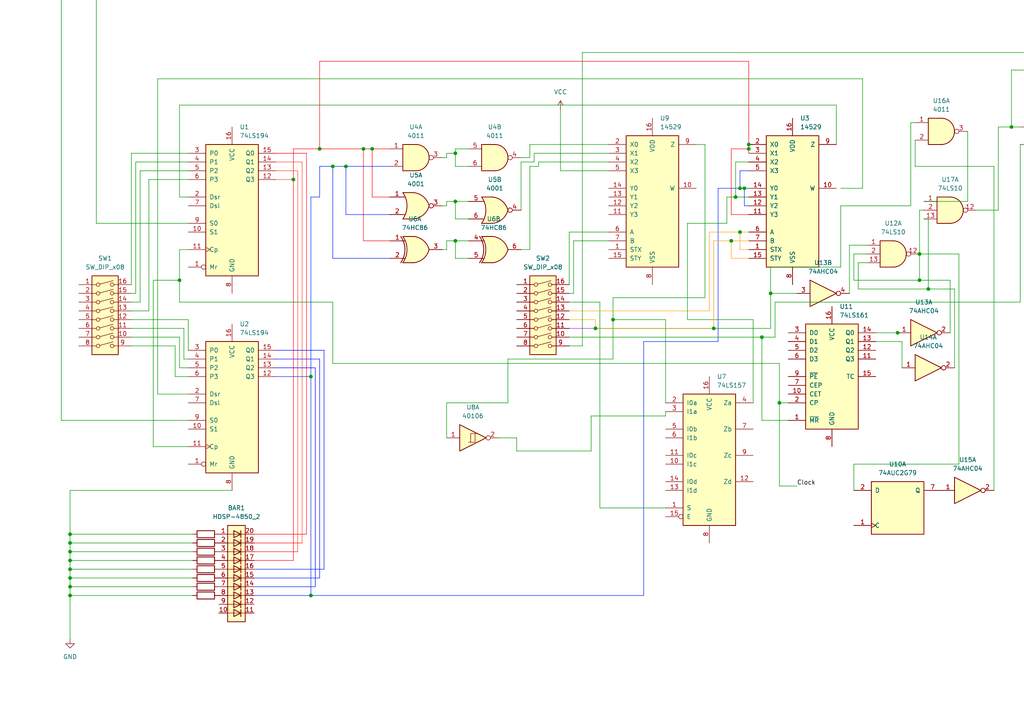
<source format=kicad_sch>
(kicad_sch (version 20230121) (generator eeschema)
  (paper "A4")
  (lib_symbols
    (symbol "4xxx:14529" (pin_names (offset 1.016))
      (property "Reference" "U" (at -7.62 19.05 0))
      (property "Value" "14529" (at -7.62 -21.59 0))
      (symbol "14529_1_0"
        (pin input line (at -12.7 -15.24 0) (length 5.08) (name "STX") (number "1"))
        (pin tri_state line (at 12.7 2.54 180) (length 5.08) (name "W") (number "10"))
        (pin input line (at -12.7 -5.08 0) (length 5.08) (name "Y3") (number "11"))
        (pin input line (at -12.7 -2.54 0) (length 5.08) (name "Y2") (number "12"))
        (pin input line (at -12.7 0 0) (length 5.08) (name "Y1") (number "13"))
        (pin input line (at -12.7 2.54 0) (length 5.08) (name "Y0") (number "14"))
        (pin input line (at -12.7 -17.78 0) (length 5.08) (name "STY") (number "15"))
        (pin power_in line (at 0 22.86 270) (length 5.08) (name "VDD") (number "16"))
        (pin input line (at -12.7 15.24 0) (length 5.08) (name "X0") (number "2"))
        (pin input line (at -12.7 12.7 0) (length 5.08) (name "X1") (number "3"))
        (pin input line (at -12.7 10.16 0) (length 5.08) (name "X2") (number "4"))
        (pin input line (at -12.7 7.62 0) (length 5.08) (name "X3") (number "5"))
        (pin input line (at -12.7 -10.16 0) (length 5.08) (name "A") (number "6"))
        (pin input line (at -12.7 -12.7 0) (length 5.08) (name "B") (number "7"))
        (pin power_in line (at 0 -25.4 90) (length 5.08) (name "VSS") (number "8"))
        (pin tri_state line (at 12.7 15.24 180) (length 5.08) (name "Z") (number "9"))
      )
    )
    (symbol "4xxx:4001" (pin_names (offset 1.016))
      (property "Reference" "U" (at 0 1.27 0))
      (property "Value" "4001" (at 0 -1.27 0))
      (symbol "4001_1_1"
        (pin input line (at -7.62 2.54 0) (length 4.318) (name "~") (number "1"))
        (pin input line (at -7.62 -2.54 0) (length 4.318) (name "~") (number "2"))
        (pin output inverted (at 7.62 0 180) (length 3.81) (name "~") (number "3"))
      )
      (symbol "4001_1_2"
        (pin input inverted (at -7.62 2.54 0) (length 3.81) (name "~") (number "1"))
        (pin input inverted (at -7.62 -2.54 0) (length 3.81) (name "~") (number "2"))
        (pin output line (at 7.62 0 180) (length 3.81) (name "~") (number "3"))
      )
      (symbol "4001_2_1"
        (pin output inverted (at 7.62 0 180) (length 3.81) (name "~") (number "4"))
        (pin input line (at -7.62 2.54 0) (length 4.318) (name "~") (number "5"))
        (pin input line (at -7.62 -2.54 0) (length 4.318) (name "~") (number "6"))
      )
      (symbol "4001_2_2"
        (pin output line (at 7.62 0 180) (length 3.81) (name "~") (number "4"))
        (pin input inverted (at -7.62 2.54 0) (length 3.81) (name "~") (number "5"))
        (pin input inverted (at -7.62 -2.54 0) (length 3.81) (name "~") (number "6"))
      )
      (symbol "4001_3_1"
        (pin output inverted (at 7.62 0 180) (length 3.81) (name "~") (number "10"))
        (pin input line (at -7.62 2.54 0) (length 4.318) (name "~") (number "8"))
        (pin input line (at -7.62 -2.54 0) (length 4.318) (name "~") (number "9"))
      )
      (symbol "4001_3_2"
        (pin output line (at 7.62 0 180) (length 3.81) (name "~") (number "10"))
        (pin input inverted (at -7.62 2.54 0) (length 3.81) (name "~") (number "8"))
        (pin input inverted (at -7.62 -2.54 0) (length 3.81) (name "~") (number "9"))
      )
      (symbol "4001_4_1"
        (pin output inverted (at 7.62 0 180) (length 3.81) (name "~") (number "11"))
        (pin input line (at -7.62 2.54 0) (length 4.318) (name "~") (number "12"))
        (pin input line (at -7.62 -2.54 0) (length 4.318) (name "~") (number "13"))
      )
      (symbol "4001_4_2"
        (pin output line (at 7.62 0 180) (length 3.81) (name "~") (number "11"))
        (pin input inverted (at -7.62 2.54 0) (length 3.81) (name "~") (number "12"))
        (pin input inverted (at -7.62 -2.54 0) (length 3.81) (name "~") (number "13"))
      )
      (symbol "4001_5_0"
        (pin power_in line (at 0 12.7 270) (length 5.08) (name "VDD") (number "14"))
        (pin power_in line (at 0 -12.7 90) (length 5.08) (name "VSS") (number "7"))
      )
    )
    (symbol "4xxx:40106" (pin_names (offset 1.016))
      (property "Reference" "U" (at 0 1.27 0))
      (property "Value" "40106" (at 0 -1.27 0))
      (symbol "40106_1_0"
        (pin input line (at -7.62 0 0) (length 3.81) (name "~") (number "1"))
        (pin output inverted (at 7.62 0 180) (length 3.81) (name "~") (number "2"))
      )
      (symbol "40106_2_0"
        (pin input line (at -7.62 0 0) (length 3.81) (name "~") (number "3"))
        (pin output inverted (at 7.62 0 180) (length 3.81) (name "~") (number "4"))
      )
      (symbol "40106_3_0"
        (pin input line (at -7.62 0 0) (length 3.81) (name "~") (number "5"))
        (pin output inverted (at 7.62 0 180) (length 3.81) (name "~") (number "6"))
      )
      (symbol "40106_4_0"
        (pin output inverted (at 7.62 0 180) (length 3.81) (name "~") (number "8"))
        (pin input line (at -7.62 0 0) (length 3.81) (name "~") (number "9"))
      )
      (symbol "40106_5_0"
        (pin output inverted (at 7.62 0 180) (length 3.81) (name "~") (number "10"))
        (pin input line (at -7.62 0 0) (length 3.81) (name "~") (number "11"))
      )
      (symbol "40106_6_0"
        (pin output inverted (at 7.62 0 180) (length 3.81) (name "~") (number "12"))
        (pin input line (at -7.62 0 0) (length 3.81) (name "~") (number "13"))
      )
      (symbol "40106_7_0"
        (pin power_in line (at 0 12.7 270) (length 5.08) (name "VDD") (number "14"))
        (pin power_in line (at 0 -12.7 90) (length 5.08) (name "VSS") (number "7"))
      )
    )
    (symbol "4xxx:4011" (pin_names (offset 1.016))
      (property "Reference" "U" (at 0 1.27 0))
      (property "Value" "4011" (at 0 -1.27 0))
      (symbol "4011_1_1"
        (pin input line (at -7.62 2.54 0) (length 3.81) (name "~") (number "1"))
        (pin input line (at -7.62 -2.54 0) (length 3.81) (name "~") (number "2"))
        (pin output inverted (at 7.62 0 180) (length 3.81) (name "~") (number "3"))
      )
      (symbol "4011_1_2"
        (pin input inverted (at -7.62 2.54 0) (length 4.318) (name "~") (number "1"))
        (pin input inverted (at -7.62 -2.54 0) (length 4.318) (name "~") (number "2"))
        (pin output line (at 7.62 0 180) (length 3.81) (name "~") (number "3"))
      )
      (symbol "4011_2_1"
        (pin output inverted (at 7.62 0 180) (length 3.81) (name "~") (number "4"))
        (pin input line (at -7.62 2.54 0) (length 3.81) (name "~") (number "5"))
        (pin input line (at -7.62 -2.54 0) (length 3.81) (name "~") (number "6"))
      )
      (symbol "4011_2_2"
        (pin output line (at 7.62 0 180) (length 3.81) (name "~") (number "4"))
        (pin input inverted (at -7.62 2.54 0) (length 4.318) (name "~") (number "5"))
        (pin input inverted (at -7.62 -2.54 0) (length 4.318) (name "~") (number "6"))
      )
      (symbol "4011_3_1"
        (pin output inverted (at 7.62 0 180) (length 3.81) (name "~") (number "10"))
        (pin input line (at -7.62 2.54 0) (length 3.81) (name "~") (number "8"))
        (pin input line (at -7.62 -2.54 0) (length 3.81) (name "~") (number "9"))
      )
      (symbol "4011_3_2"
        (pin output line (at 7.62 0 180) (length 3.81) (name "~") (number "10"))
        (pin input inverted (at -7.62 2.54 0) (length 4.318) (name "~") (number "8"))
        (pin input inverted (at -7.62 -2.54 0) (length 4.318) (name "~") (number "9"))
      )
      (symbol "4011_4_1"
        (pin output inverted (at 7.62 0 180) (length 3.81) (name "~") (number "11"))
        (pin input line (at -7.62 2.54 0) (length 3.81) (name "~") (number "12"))
        (pin input line (at -7.62 -2.54 0) (length 3.81) (name "~") (number "13"))
      )
      (symbol "4011_4_2"
        (pin output line (at 7.62 0 180) (length 3.81) (name "~") (number "11"))
        (pin input inverted (at -7.62 2.54 0) (length 4.318) (name "~") (number "12"))
        (pin input inverted (at -7.62 -2.54 0) (length 4.318) (name "~") (number "13"))
      )
      (symbol "4011_5_0"
        (pin power_in line (at 0 12.7 270) (length 5.08) (name "VDD") (number "14"))
        (pin power_in line (at 0 -12.7 90) (length 5.08) (name "VSS") (number "7"))
      )
    )
    (symbol "74xGxx:74AHC1G32"
      (property "Reference" "U" (at -2.54 3.81 0))
      (property "Value" "74AHC1G32" (at 0 -3.81 0))
      (symbol "74AHC1G32_1_1"
        (pin input line (at -15.24 2.54 0) (length 7.62) (name "~") (number "1"))
        (pin input line (at -15.24 -2.54 0) (length 7.62) (name "~") (number "2"))
        (pin power_in line (at 0 -10.16 90) (length 5.08) (name "GND") (number "3"))
        (pin output line (at 12.7 0 180) (length 7.62) (name "~") (number "4"))
        (pin power_in line (at 0 10.16 270) (length 5.08) (name "VCC") (number "5"))
      )
    )
    (symbol "74xGxx:74AUC2G79" (pin_names (offset 1.016))
      (property "Reference" "U" (at -2.54 5.08 0))
      (property "Value" "74AUC2G79" (at 0 -5.08 0))
      (symbol "74AUC2G79_1_1"
        (pin input clock (at -12.7 -5.08 0) (length 5.08) (name "C") (number "1"))
        (pin input line (at -12.7 5.08 0) (length 5.08) (name "D") (number "2"))
        (pin output line (at 12.7 5.08 180) (length 5.08) (name "Q") (number "7"))
      )
      (symbol "74AUC2G79_2_1"
        (pin output line (at 12.7 5.08 180) (length 5.08) (name "Q") (number "3"))
        (pin input clock (at -12.7 -5.08 0) (length 5.08) (name "C") (number "5"))
        (pin input line (at -12.7 5.08 0) (length 5.08) (name "D") (number "6"))
      )
      (symbol "74AUC2G79_3_1"
        (pin power_in line (at 0 -12.7 90) (length 5.08) (name "GND") (number "4"))
        (pin power_in line (at 0 12.7 270) (length 5.08) (name "VCC") (number "8"))
      )
    )
    (symbol "74xx:74AHC04"
      (property "Reference" "U" (at 0 1.27 0))
      (property "Value" "74AHC04" (at 0 -1.27 0))
      (symbol "74AHC04_1_0"
        (pin input line (at -7.62 0 0) (length 3.81) (name "~") (number "1"))
        (pin output inverted (at 7.62 0 180) (length 3.81) (name "~") (number "2"))
      )
      (symbol "74AHC04_2_0"
        (pin input line (at -7.62 0 0) (length 3.81) (name "~") (number "3"))
        (pin output inverted (at 7.62 0 180) (length 3.81) (name "~") (number "4"))
      )
      (symbol "74AHC04_3_0"
        (pin input line (at -7.62 0 0) (length 3.81) (name "~") (number "5"))
        (pin output inverted (at 7.62 0 180) (length 3.81) (name "~") (number "6"))
      )
      (symbol "74AHC04_4_0"
        (pin output inverted (at 7.62 0 180) (length 3.81) (name "~") (number "8"))
        (pin input line (at -7.62 0 0) (length 3.81) (name "~") (number "9"))
      )
      (symbol "74AHC04_5_0"
        (pin output inverted (at 7.62 0 180) (length 3.81) (name "~") (number "10"))
        (pin input line (at -7.62 0 0) (length 3.81) (name "~") (number "11"))
      )
      (symbol "74AHC04_6_0"
        (pin output inverted (at 7.62 0 180) (length 3.81) (name "~") (number "12"))
        (pin input line (at -7.62 0 0) (length 3.81) (name "~") (number "13"))
      )
      (symbol "74AHC04_7_0"
        (pin power_in line (at 0 12.7 270) (length 5.08) (name "VCC") (number "14"))
        (pin power_in line (at 0 -12.7 90) (length 5.08) (name "GND") (number "7"))
      )
    )
    (symbol "74xx:74HC86" (pin_names (offset 1.016))
      (property "Reference" "U" (at 0 1.27 0))
      (property "Value" "74HC86" (at 0 -1.27 0))
      (symbol "74HC86_1_0"
        (pin input line (at -7.62 2.54 0) (length 4.445) (name "~") (number "1"))
        (pin input line (at -7.62 -2.54 0) (length 4.445) (name "~") (number "2"))
        (pin output line (at 7.62 0 180) (length 3.81) (name "~") (number "3"))
      )
      (symbol "74HC86_2_0"
        (pin input line (at -7.62 2.54 0) (length 4.445) (name "~") (number "4"))
        (pin input line (at -7.62 -2.54 0) (length 4.445) (name "~") (number "5"))
        (pin output line (at 7.62 0 180) (length 3.81) (name "~") (number "6"))
      )
      (symbol "74HC86_3_0"
        (pin input line (at -7.62 -2.54 0) (length 4.445) (name "~") (number "10"))
        (pin output line (at 7.62 0 180) (length 3.81) (name "~") (number "8"))
        (pin input line (at -7.62 2.54 0) (length 4.445) (name "~") (number "9"))
      )
      (symbol "74HC86_4_0"
        (pin output line (at 7.62 0 180) (length 3.81) (name "~") (number "11"))
        (pin input line (at -7.62 2.54 0) (length 4.445) (name "~") (number "12"))
        (pin input line (at -7.62 -2.54 0) (length 4.445) (name "~") (number "13"))
      )
      (symbol "74HC86_5_0"
        (pin power_in line (at 0 12.7 270) (length 5.08) (name "VCC") (number "14"))
        (pin power_in line (at 0 -12.7 90) (length 5.08) (name "GND") (number "7"))
      )
    )
    (symbol "74xx:74LS10" (pin_names (offset 1.016))
      (property "Reference" "U" (at 0 1.27 0))
      (property "Value" "74LS10" (at 0 -1.27 0))
      (symbol "74LS10_1_1"
        (pin input line (at -7.62 2.54 0) (length 3.81) (name "~") (number "1"))
        (pin output inverted (at 7.62 0 180) (length 3.81) (name "~") (number "12"))
        (pin input line (at -7.62 -2.54 0) (length 3.81) (name "~") (number "13"))
        (pin input line (at -7.62 0 0) (length 3.81) (name "~") (number "2"))
      )
      (symbol "74LS10_1_2"
        (pin input inverted (at -7.62 2.54 0) (length 4.318) (name "~") (number "1"))
        (pin output line (at 7.62 0 180) (length 3.81) (name "~") (number "12"))
        (pin input inverted (at -7.62 -2.54 0) (length 4.318) (name "~") (number "13"))
        (pin input inverted (at -7.62 0 0) (length 4.953) (name "~") (number "2"))
      )
      (symbol "74LS10_2_1"
        (pin input line (at -7.62 2.54 0) (length 3.81) (name "~") (number "3"))
        (pin input line (at -7.62 0 0) (length 3.81) (name "~") (number "4"))
        (pin input line (at -7.62 -2.54 0) (length 3.81) (name "~") (number "5"))
        (pin output inverted (at 7.62 0 180) (length 3.81) (name "~") (number "6"))
      )
      (symbol "74LS10_2_2"
        (pin input inverted (at -7.62 2.54 0) (length 4.318) (name "~") (number "3"))
        (pin input inverted (at -7.62 0 0) (length 4.953) (name "~") (number "4"))
        (pin input inverted (at -7.62 -2.54 0) (length 4.318) (name "~") (number "5"))
        (pin output line (at 7.62 0 180) (length 3.81) (name "~") (number "6"))
      )
      (symbol "74LS10_3_1"
        (pin input line (at -7.62 0 0) (length 3.81) (name "~") (number "10"))
        (pin input line (at -7.62 -2.54 0) (length 3.81) (name "~") (number "11"))
        (pin output inverted (at 7.62 0 180) (length 3.81) (name "~") (number "8"))
        (pin input line (at -7.62 2.54 0) (length 3.81) (name "~") (number "9"))
      )
      (symbol "74LS10_3_2"
        (pin input inverted (at -7.62 0 0) (length 4.953) (name "~") (number "10"))
        (pin input inverted (at -7.62 -2.54 0) (length 4.318) (name "~") (number "11"))
        (pin output line (at 7.62 0 180) (length 3.81) (name "~") (number "8"))
        (pin input inverted (at -7.62 2.54 0) (length 4.318) (name "~") (number "9"))
      )
      (symbol "74LS10_4_0"
        (pin power_in line (at 0 12.7 270) (length 5.08) (name "VCC") (number "14"))
        (pin power_in line (at 0 -12.7 90) (length 5.08) (name "GND") (number "7"))
      )
    )
    (symbol "74xx:74LS157" (pin_names (offset 1.016))
      (property "Reference" "U" (at -7.62 19.05 0))
      (property "Value" "74LS157" (at -7.62 -21.59 0))
      (symbol "74LS157_1_0"
        (pin input line (at -12.7 -15.24 0) (length 5.08) (name "S") (number "1"))
        (pin input line (at -12.7 -2.54 0) (length 5.08) (name "I1c") (number "10"))
        (pin input line (at -12.7 0 0) (length 5.08) (name "I0c") (number "11"))
        (pin output line (at 12.7 -7.62 180) (length 5.08) (name "Zd") (number "12"))
        (pin input line (at -12.7 -10.16 0) (length 5.08) (name "I1d") (number "13"))
        (pin input line (at -12.7 -7.62 0) (length 5.08) (name "I0d") (number "14"))
        (pin input inverted (at -12.7 -17.78 0) (length 5.08) (name "E") (number "15"))
        (pin power_in line (at 0 22.86 270) (length 5.08) (name "VCC") (number "16"))
        (pin input line (at -12.7 15.24 0) (length 5.08) (name "I0a") (number "2"))
        (pin input line (at -12.7 12.7 0) (length 5.08) (name "I1a") (number "3"))
        (pin output line (at 12.7 15.24 180) (length 5.08) (name "Za") (number "4"))
        (pin input line (at -12.7 7.62 0) (length 5.08) (name "I0b") (number "5"))
        (pin input line (at -12.7 5.08 0) (length 5.08) (name "I1b") (number "6"))
        (pin output line (at 12.7 7.62 180) (length 5.08) (name "Zb") (number "7"))
        (pin power_in line (at 0 -25.4 90) (length 5.08) (name "GND") (number "8"))
        (pin output line (at 12.7 0 180) (length 5.08) (name "Zc") (number "9"))
      )
    )
    (symbol "74xx:74LS161" (pin_names (offset 1.016))
      (property "Reference" "U" (at -7.62 16.51 0))
      (property "Value" "74LS161" (at -7.62 -16.51 0))
      (symbol "74LS161_1_0"
        (pin input line (at -12.7 -12.7 0) (length 5.08) (name "~{MR}") (number "1"))
        (pin input line (at -12.7 -5.08 0) (length 5.08) (name "CET") (number "10"))
        (pin output line (at 12.7 5.08 180) (length 5.08) (name "Q3") (number "11"))
        (pin output line (at 12.7 7.62 180) (length 5.08) (name "Q2") (number "12"))
        (pin output line (at 12.7 10.16 180) (length 5.08) (name "Q1") (number "13"))
        (pin output line (at 12.7 12.7 180) (length 5.08) (name "Q0") (number "14"))
        (pin output line (at 12.7 0 180) (length 5.08) (name "TC") (number "15"))
        (pin power_in line (at 0 20.32 270) (length 5.08) (name "VCC") (number "16"))
        (pin input line (at -12.7 -7.62 0) (length 5.08) (name "CP") (number "2"))
        (pin input line (at -12.7 12.7 0) (length 5.08) (name "D0") (number "3"))
        (pin input line (at -12.7 10.16 0) (length 5.08) (name "D1") (number "4"))
        (pin input line (at -12.7 7.62 0) (length 5.08) (name "D2") (number "5"))
        (pin input line (at -12.7 5.08 0) (length 5.08) (name "D3") (number "6"))
        (pin input line (at -12.7 -2.54 0) (length 5.08) (name "CEP") (number "7"))
        (pin power_in line (at 0 -20.32 90) (length 5.08) (name "GND") (number "8"))
        (pin input line (at -12.7 0 0) (length 5.08) (name "~{PE}") (number "9"))
      )
    )
    (symbol "74xx:74LS194" (pin_names (offset 1.016))
      (property "Reference" "U" (at -7.62 19.05 0))
      (property "Value" "74LS194" (at -7.62 -21.59 0))
      (symbol "74LS194_1_0"
        (pin input inverted (at -12.7 -17.78 0) (length 5.08) (name "Mr") (number "1"))
        (pin input line (at -12.7 -7.62 0) (length 5.08) (name "S1") (number "10"))
        (pin input clock (at -12.7 -12.7 0) (length 5.08) (name "Cp") (number "11"))
        (pin output line (at 12.7 7.62 180) (length 5.08) (name "Q3") (number "12"))
        (pin output line (at 12.7 10.16 180) (length 5.08) (name "Q2") (number "13"))
        (pin output line (at 12.7 12.7 180) (length 5.08) (name "Q1") (number "14"))
        (pin output line (at 12.7 15.24 180) (length 5.08) (name "Q0") (number "15"))
        (pin power_in line (at 0 22.86 270) (length 5.08) (name "VCC") (number "16"))
        (pin input line (at -12.7 2.54 0) (length 5.08) (name "Dsr") (number "2"))
        (pin input line (at -12.7 15.24 0) (length 5.08) (name "P0") (number "3"))
        (pin input line (at -12.7 12.7 0) (length 5.08) (name "P1") (number "4"))
        (pin input line (at -12.7 10.16 0) (length 5.08) (name "P2") (number "5"))
        (pin input line (at -12.7 7.62 0) (length 5.08) (name "P3") (number "6"))
        (pin input line (at -12.7 0 0) (length 5.08) (name "Dsl") (number "7"))
        (pin power_in line (at 0 -25.4 90) (length 5.08) (name "GND") (number "8"))
        (pin input line (at -12.7 -5.08 0) (length 5.08) (name "S0") (number "9"))
      )
    )
    (symbol "Device:R" (pin_numbers hide) (pin_names (offset 0))
      (property "Reference" "R" (at 2.032 0 90))
      (property "Value" "R" (at 0 0 90))
      (symbol "R_1_1"
        (pin passive line (at 0 3.81 270) (length 1.27) (name "~") (number "1"))
        (pin passive line (at 0 -3.81 90) (length 1.27) (name "~") (number "2"))
      )
    )
    (symbol "LED:HDSP-4850_2" (pin_names (offset 1.016) hide)
      (property "Reference" "BAR" (at 0 15.24 0))
      (property "Value" "HDSP-4850_2" (at 0 -17.78 0))
      (symbol "HDSP-4850_2_1_1"
        (pin passive line (at -5.08 10.16 0) (length 2.54) (name "A") (number "1"))
        (pin passive line (at -5.08 -12.7 0) (length 2.54) (name "A") (number "10"))
        (pin passive line (at 5.08 -12.7 180) (length 2.54) (name "K") (number "11"))
        (pin passive line (at 5.08 -10.16 180) (length 2.54) (name "K") (number "12"))
        (pin passive line (at 5.08 -7.62 180) (length 2.54) (name "K") (number "13"))
        (pin passive line (at 5.08 -5.08 180) (length 2.54) (name "K") (number "14"))
        (pin passive line (at 5.08 -2.54 180) (length 2.54) (name "K") (number "15"))
        (pin passive line (at 5.08 0 180) (length 2.54) (name "K") (number "16"))
        (pin passive line (at 5.08 2.54 180) (length 2.54) (name "K") (number "17"))
        (pin passive line (at 5.08 5.08 180) (length 2.54) (name "K") (number "18"))
        (pin passive line (at 5.08 7.62 180) (length 2.54) (name "K") (number "19"))
        (pin passive line (at -5.08 7.62 0) (length 2.54) (name "A") (number "2"))
        (pin passive line (at 5.08 10.16 180) (length 2.54) (name "K") (number "20"))
        (pin passive line (at -5.08 5.08 0) (length 2.54) (name "A") (number "3"))
        (pin passive line (at -5.08 2.54 0) (length 2.54) (name "A") (number "4"))
        (pin passive line (at -5.08 0 0) (length 2.54) (name "A") (number "5"))
        (pin passive line (at -5.08 -2.54 0) (length 2.54) (name "A") (number "6"))
        (pin passive line (at -5.08 -5.08 0) (length 2.54) (name "A") (number "7"))
        (pin passive line (at -5.08 -7.62 0) (length 2.54) (name "A") (number "8"))
        (pin passive line (at -5.08 -10.16 0) (length 2.54) (name "A") (number "9"))
      )
    )
    (symbol "Switch:SW_DIP_x08" (pin_names (offset 0) hide)
      (property "Reference" "SW" (at 0 13.97 0))
      (property "Value" "SW_DIP_x08" (at 0 -11.43 0))
      (symbol "SW_DIP_x08_1_1"
        (pin passive line (at -7.62 10.16 0) (length 5.08) (name "~") (number "1"))
        (pin passive line (at 7.62 -5.08 180) (length 5.08) (name "~") (number "10"))
        (pin passive line (at 7.62 -2.54 180) (length 5.08) (name "~") (number "11"))
        (pin passive line (at 7.62 0 180) (length 5.08) (name "~") (number "12"))
        (pin passive line (at 7.62 2.54 180) (length 5.08) (name "~") (number "13"))
        (pin passive line (at 7.62 5.08 180) (length 5.08) (name "~") (number "14"))
        (pin passive line (at 7.62 7.62 180) (length 5.08) (name "~") (number "15"))
        (pin passive line (at 7.62 10.16 180) (length 5.08) (name "~") (number "16"))
        (pin passive line (at -7.62 7.62 0) (length 5.08) (name "~") (number "2"))
        (pin passive line (at -7.62 5.08 0) (length 5.08) (name "~") (number "3"))
        (pin passive line (at -7.62 2.54 0) (length 5.08) (name "~") (number "4"))
        (pin passive line (at -7.62 0 0) (length 5.08) (name "~") (number "5"))
        (pin passive line (at -7.62 -2.54 0) (length 5.08) (name "~") (number "6"))
        (pin passive line (at -7.62 -5.08 0) (length 5.08) (name "~") (number "7"))
        (pin passive line (at -7.62 -7.62 0) (length 5.08) (name "~") (number "8"))
        (pin passive line (at 7.62 -7.62 180) (length 5.08) (name "~") (number "9"))
      )
    )
    (symbol "power:GND" (power) (pin_names (offset 0))
      (property "Value" "GND" (at 0 -3.81 0))
      (symbol "GND_1_1"
        (pin power_in line (at 0 0 270) (length 0) hide (name "GND") (number "1"))
      )
    )
    (symbol "power:VCC" (power) (pin_names (offset 0))
      (property "Value" "VCC" (at 0 3.81 0))
      (symbol "VCC_1_1"
        (pin power_in line (at 0 0 90) (length 0) hide (name "VCC") (number "1"))
      )
    )
  )
  (junction (at 217.17 43.18))
  (junction (at 214.63 67.31))
  (junction (at 132.08 58.42))
  (junction (at 266.7 81.28))
  (junction (at 207.01 95.25))
  (junction (at 105.41 43.18))
  (junction (at 20.32 157.48))
  (junction (at 269.24 83.82))
  (junction (at 20.32 154.94))
  (junction (at 92.71 43.18))
  (junction (at 20.32 160.02))
  (junction (at 132.08 69.85))
  (junction (at 107.95 43.18))
  (junction (at 132.08 44.45))
  (junction (at 226.06 116.84))
  (junction (at 215.9 54.61))
  (junction (at 20.32 165.1))
  (junction (at 172.72 95.25))
  (junction (at 212.09 69.85))
  (junction (at 96.52 48.26))
  (junction (at 217.17 41.91))
  (junction (at 20.32 162.56))
  (junction (at 90.17 109.22))
  (junction (at 214.63 54.61))
  (junction (at 177.8 92.71))
  (junction (at 220.98 97.79))
  (junction (at 52.07 81.28))
  (junction (at 223.52 85.09))
  (junction (at 293.37 36.83))
  (junction (at 100.33 48.26))
  (junction (at 20.32 167.64))
  (junction (at 85.09 52.07))
  (junction (at 260.35 96.52))
  (junction (at 213.36 57.15))
  (junction (at 20.32 170.18))
  (junction (at 266.7 73.66))
  (junction (at 90.17 172.72))
  (junction (at 20.32 172.72))
  (wire (pts (xy 151.13 72.39) (xy 153.67 72.39)))
  (wire (pts (xy 80.01 106.68) (xy 91.44 106.68)) (stroke (width 0) (color 1 0 255 1)))
  (wire (pts (xy 288.29 142.24) (xy 288.29 48.26)))
  (wire (pts (xy 207.01 95.25) (xy 207.01 69.85)) (stroke (width 0) (color 255 153 13 1)))
  (wire (pts (xy 166.37 69.85) (xy 166.37 85.09)))
  (wire (pts (xy 17.78 -7.62) (xy 17.78 121.92)))
  (wire (pts (xy 173.99 147.32) (xy 193.04 147.32)))
  (wire (pts (xy 242.57 41.91) (xy 242.57 30.48)))
  (wire (pts (xy 260.35 96.52) (xy 261.62 96.52)))
  (wire (pts (xy 43.18 90.17) (xy 43.18 52.07)))
  (wire (pts (xy 156.21 46.99) (xy 176.53 46.99)))
  (wire (pts (xy 331.47 39.37) (xy 331.47 -7.62)))
  (wire (pts (xy 223.52 77.47) (xy 223.52 85.09)))
  (wire (pts (xy 147.32 104.14) (xy 147.32 116.84)))
  (wire (pts (xy 153.67 48.26) (xy 156.21 48.26)))
  (wire (pts (xy 205.74 90.17) (xy 205.74 67.31)) (stroke (width 0) (color 255 153 13 1)))
  (wire (pts (xy 132.08 74.93) (xy 135.89 74.93)))
  (wire (pts (xy 80.01 46.99) (xy 87.63 46.99)) (stroke (width 0) (color 255 72 51 1)))
  (wire (pts (xy 53.34 95.25) (xy 53.34 104.14)))
  (wire (pts (xy 20.32 167.64) (xy 20.32 170.18)))
  (wire (pts (xy 295.91 41.91) (xy 295.91 87.63)))
  (wire (pts (xy 214.63 67.31) (xy 217.17 67.31)) (stroke (width 0) (color 255 164 22 1)))
  (wire (pts (xy 293.37 20.32) (xy 298.45 20.32)))
  (wire (pts (xy 132.08 43.18) (xy 135.89 43.18)))
  (wire (pts (xy 91.44 106.68) (xy 91.44 170.18)) (stroke (width 0) (color 1 0 255 1)))
  (wire (pts (xy 39.37 85.09) (xy 39.37 46.99)))
  (wire (pts (xy 20.32 160.02) (xy 20.32 162.56)))
  (wire (pts (xy 269.24 83.82) (xy 269.24 63.5)))
  (wire (pts (xy 186.69 172.72) (xy 186.69 99.06)) (stroke (width 0) (color 0 34 255 1)))
  (wire (pts (xy 128.27 72.39) (xy 129.54 72.39)))
  (wire (pts (xy 96.52 87.63) (xy 52.07 87.63)))
  (wire (pts (xy 132.08 69.85) (xy 132.08 74.93)))
  (wire (pts (xy 165.1 90.17) (xy 205.74 90.17)) (stroke (width 0) (color 255 170 22 1)))
  (wire (pts (xy 107.95 43.18) (xy 113.03 43.18)) (stroke (width 0) (color 255 8 15 1)))
  (wire (pts (xy 45.72 114.3) (xy 54.61 114.3)))
  (wire (pts (xy 265.43 48.26) (xy 265.43 40.64)))
  (wire (pts (xy 243.84 54.61) (xy 250.19 54.61)))
  (wire (pts (xy 289.56 60.96) (xy 289.56 36.83)))
  (wire (pts (xy 266.7 73.66) (xy 278.13 73.66)))
  (wire (pts (xy 210.82 57.15) (xy 213.36 57.15)))
  (wire (pts (xy 53.34 104.14) (xy 54.61 104.14)))
  (wire (pts (xy 100.33 48.26) (xy 113.03 48.26)) (stroke (width 0) (color 0 34 255 1)))
  (wire (pts (xy 52.07 57.15) (xy 54.61 57.15)))
  (wire (pts (xy 204.47 86.36) (xy 177.8 86.36)))
  (wire (pts (xy 171.45 130.81) (xy 171.45 120.65)))
  (wire (pts (xy 96.52 105.41) (xy 96.52 87.63)))
  (wire (pts (xy 177.8 104.14) (xy 177.8 92.71)))
  (wire (pts (xy 214.63 49.53) (xy 217.17 49.53)) (stroke (width 0) (color 0 34 255 1)))
  (wire (pts (xy 52.07 30.48) (xy 52.07 57.15)))
  (wire (pts (xy 165.1 92.71) (xy 172.72 92.71)) (stroke (width 0) (color 255 170 22 1)))
  (wire (pts (xy 213.36 57.15) (xy 217.17 57.15)))
  (wire (pts (xy 165.1 87.63) (xy 173.99 87.63)))
  (wire (pts (xy 224.79 87.63) (xy 295.91 87.63)))
  (wire (pts (xy 293.37 36.83) (xy 293.37 20.32)))
  (wire (pts (xy 171.45 120.65) (xy 193.04 120.65)))
  (wire (pts (xy 52.07 81.28) (xy 52.07 72.39)))
  (wire (pts (xy 193.04 120.65) (xy 193.04 119.38)))
  (wire (pts (xy 73.66 154.94) (xy 88.9 154.94)) (stroke (width 0) (color 255 0 11 1)))
  (wire (pts (xy 199.39 92.71) (xy 199.39 64.77)))
  (wire (pts (xy 87.63 46.99) (xy 87.63 157.48)) (stroke (width 0) (color 255 72 51 1)))
  (wire (pts (xy 201.93 41.91) (xy 204.47 41.91)))
  (wire (pts (xy 210.82 64.77) (xy 210.82 57.15)))
  (wire (pts (xy 153.67 41.91) (xy 176.53 41.91)))
  (wire (pts (xy 86.36 49.53) (xy 86.36 160.02)) (stroke (width 0) (color 255 72 51 1)))
  (wire (pts (xy 50.8 109.22) (xy 54.61 109.22)))
  (wire (pts (xy 20.32 154.94) (xy 20.32 142.24)))
  (wire (pts (xy 39.37 46.99) (xy 54.61 46.99)))
  (wire (pts (xy 250.19 54.61) (xy 250.19 22.86)))
  (wire (pts (xy 162.56 31.75) (xy 162.56 49.53)))
  (wire (pts (xy 149.86 130.81) (xy 149.86 127)))
  (wire (pts (xy 38.1 85.09) (xy 39.37 85.09)))
  (wire (pts (xy 128.27 59.69) (xy 129.54 59.69)))
  (wire (pts (xy 247.65 81.28) (xy 247.65 73.66)))
  (wire (pts (xy 92.71 48.26) (xy 96.52 48.26)) (stroke (width 0) (color 0 34 255 1)))
  (wire (pts (xy 144.78 127) (xy 149.86 127)))
  (wire (pts (xy 177.8 86.36) (xy 177.8 92.71)))
  (wire (pts (xy 100.33 62.23) (xy 113.03 62.23)) (stroke (width 0) (color 0 34 255 1)))
  (wire (pts (xy 20.32 142.24) (xy 67.31 142.24)))
  (wire (pts (xy 214.63 54.61) (xy 215.9 54.61)) (stroke (width 0) (color 0 34 255 1)))
  (wire (pts (xy 264.16 35.56) (xy 265.43 35.56)))
  (wire (pts (xy 226.06 116.84) (xy 226.06 105.41)))
  (wire (pts (xy 20.32 162.56) (xy 55.88 162.56)))
  (wire (pts (xy 226.06 116.84) (xy 228.6 116.84)))
  (wire (pts (xy 105.41 43.18) (xy 107.95 43.18)) (stroke (width 0) (color 255 8 15 1)))
  (wire (pts (xy 208.28 99.06) (xy 208.28 54.61)) (stroke (width 0) (color 0 34 255 1)))
  (wire (pts (xy 217.17 41.91) (xy 217.17 43.18)) (stroke (width 0) (color 255 8 15 1)))
  (wire (pts (xy 266.7 73.66) (xy 266.7 60.96)))
  (wire (pts (xy 20.32 165.1) (xy 20.32 167.64)))
  (wire (pts (xy 288.29 48.26) (xy 265.43 48.26)))
  (wire (pts (xy 193.04 92.71) (xy 177.8 92.71)))
  (wire (pts (xy 88.9 44.45) (xy 88.9 154.94)) (stroke (width 0) (color 255 12 25 1)))
  (wire (pts (xy 162.56 49.53) (xy 176.53 49.53)))
  (wire (pts (xy 276.86 106.68) (xy 276.86 83.82)))
  (wire (pts (xy 93.98 101.6) (xy 93.98 165.1)) (stroke (width 0) (color 1 0 255 1)))
  (wire (pts (xy 172.72 95.25) (xy 207.01 95.25)) (stroke (width 0) (color 255 170 22 1)))
  (wire (pts (xy 20.32 170.18) (xy 20.32 172.72)))
  (wire (pts (xy 212.09 69.85) (xy 212.09 74.93)) (stroke (width 0) (color 255 164 22 1)))
  (wire (pts (xy 172.72 95.25) (xy 207.01 95.25)))
  (wire (pts (xy 40.64 49.53) (xy 54.61 49.53)))
  (wire (pts (xy 90.17 57.15) (xy 92.71 57.15)) (stroke (width 0) (color 0 34 255 1)))
  (wire (pts (xy 153.67 72.39) (xy 153.67 48.26)))
  (wire (pts (xy 217.17 43.18) (xy 212.09 43.18)) (stroke (width 0) (color 255 8 15 1)))
  (wire (pts (xy 331.47 -7.62) (xy 17.78 -7.62)))
  (wire (pts (xy 129.54 45.72) (xy 129.54 44.45)))
  (wire (pts (xy 107.95 57.15) (xy 113.03 57.15)) (stroke (width 0) (color 255 8 15 1)))
  (wire (pts (xy 80.01 52.07) (xy 85.09 52.07)) (stroke (width 0) (color 255 72 51 1)))
  (wire (pts (xy 85.09 52.07) (xy 85.09 162.56)) (stroke (width 0) (color 255 8 15 1)))
  (wire (pts (xy 92.71 167.64) (xy 73.66 167.64)) (stroke (width 0) (color 0 34 255 1)))
  (wire (pts (xy 246.38 71.12) (xy 251.46 71.12)))
  (wire (pts (xy 177.8 104.14) (xy 147.32 104.14)))
  (wire (pts (xy 269.24 63.5) (xy 267.97 63.5)))
  (wire (pts (xy 208.28 54.61) (xy 214.63 54.61)) (stroke (width 0) (color 0 34 255 1)))
  (wire (pts (xy 44.45 81.28) (xy 44.45 129.54)))
  (wire (pts (xy 280.67 58.42) (xy 267.97 58.42)))
  (wire (pts (xy 215.9 59.69) (xy 217.17 59.69)) (stroke (width 0) (color 0 34 255 1)))
  (wire (pts (xy 275.59 81.28) (xy 266.7 81.28)))
  (wire (pts (xy 38.1 44.45) (xy 54.61 44.45)))
  (wire (pts (xy 38.1 92.71) (xy 54.61 92.71)))
  (wire (pts (xy 218.44 116.84) (xy 218.44 92.71)))
  (wire (pts (xy 154.94 44.45) (xy 176.53 44.45)))
  (wire (pts (xy 52.07 72.39) (xy 54.61 72.39)))
  (wire (pts (xy 20.32 154.94) (xy 20.32 157.48)))
  (wire (pts (xy 220.98 121.92) (xy 220.98 97.79)))
  (wire (pts (xy 248.92 83.82) (xy 269.24 83.82)))
  (wire (pts (xy 85.09 52.07) (xy 85.09 43.18)) (stroke (width 0) (color 255 8 15 1)))
  (wire (pts (xy 27.94 -2.54) (xy 27.94 64.77)))
  (wire (pts (xy 156.21 48.26) (xy 156.21 46.99)))
  (wire (pts (xy 207.01 95.25) (xy 223.52 95.25)))
  (wire (pts (xy 326.39 17.78) (xy 326.39 -2.54)))
  (wire (pts (xy 92.71 43.18) (xy 92.71 17.78)) (stroke (width 0) (color 255 8 15 1)))
  (wire (pts (xy 149.86 130.81) (xy 171.45 130.81)))
  (wire (pts (xy 278.13 73.66) (xy 278.13 134.62)))
  (wire (pts (xy 247.65 73.66) (xy 251.46 73.66)))
  (wire (pts (xy 223.52 77.47) (xy 243.84 77.47)))
  (wire (pts (xy 212.09 69.85) (xy 217.17 69.85)) (stroke (width 0) (color 255 164 22 1)))
  (wire (pts (xy 132.08 63.5) (xy 135.89 63.5)))
  (wire (pts (xy 100.33 48.26) (xy 100.33 62.23)) (stroke (width 0) (color 0 34 255 1)))
  (wire (pts (xy 27.94 64.77) (xy 54.61 64.77)))
  (wire (pts (xy 93.98 165.1) (xy 73.66 165.1)) (stroke (width 0) (color 0 34 255 1)))
  (wire (pts (xy 212.09 43.18) (xy 212.09 62.23)) (stroke (width 0) (color 255 8 15 1)))
  (wire (pts (xy 243.84 59.69) (xy 264.16 59.69)))
  (wire (pts (xy 52.07 106.68) (xy 54.61 106.68)))
  (wire (pts (xy 43.18 52.07) (xy 54.61 52.07)))
  (wire (pts (xy 165.1 95.25) (xy 172.72 95.25)) (stroke (width 0) (color 180 22 255 1)))
  (wire (pts (xy 129.54 59.69) (xy 129.54 58.42)))
  (wire (pts (xy 231.14 140.97) (xy 226.06 140.97)))
  (wire (pts (xy 165.1 97.79) (xy 220.98 97.79)))
  (wire (pts (xy 218.44 92.71) (xy 199.39 92.71)))
  (wire (pts (xy 52.07 81.28) (xy 44.45 81.28)))
  (wire (pts (xy 248.92 76.2) (xy 251.46 76.2)))
  (wire (pts (xy 96.52 48.26) (xy 100.33 48.26)) (stroke (width 0) (color 0 34 255 1)))
  (wire (pts (xy 107.95 43.18) (xy 107.95 57.15)) (stroke (width 0) (color 255 8 15 1)))
  (wire (pts (xy 20.32 172.72) (xy 55.88 172.72)))
  (wire (pts (xy 54.61 92.71) (xy 54.61 101.6)))
  (wire (pts (xy 266.7 60.96) (xy 267.97 60.96)))
  (wire (pts (xy 223.52 85.09) (xy 231.14 85.09)))
  (wire (pts (xy 213.36 57.15) (xy 213.36 46.99)))
  (wire (pts (xy 207.01 69.85) (xy 212.09 69.85)) (stroke (width 0) (color 255 164 22 1)))
  (wire (pts (xy 80.01 101.6) (xy 93.98 101.6)) (stroke (width 0) (color 1 0 255 1)))
  (wire (pts (xy 214.63 72.39) (xy 217.17 72.39)) (stroke (width 0) (color 255 164 22 1)))
  (wire (pts (xy 173.99 87.63) (xy 173.99 147.32)))
  (wire (pts (xy 105.41 69.85) (xy 113.03 69.85)) (stroke (width 0) (color 255 8 15 1)))
  (wire (pts (xy 129.54 44.45) (xy 132.08 44.45)))
  (wire (pts (xy 154.94 46.99) (xy 154.94 44.45)))
  (wire (pts (xy 217.17 17.78) (xy 217.17 41.91)) (stroke (width 0) (color 255 8 15 1)))
  (wire (pts (xy 246.38 85.09) (xy 246.38 71.12)))
  (wire (pts (xy 165.1 67.31) (xy 165.1 82.55)))
  (wire (pts (xy 226.06 140.97) (xy 226.06 116.84)))
  (wire (pts (xy 275.59 96.52) (xy 275.59 81.28)))
  (wire (pts (xy 215.9 54.61) (xy 215.9 59.69)) (stroke (width 0) (color 0 34 255 1)))
  (wire (pts (xy 293.37 36.83) (xy 295.91 36.83)))
  (wire (pts (xy 50.8 100.33) (xy 50.8 109.22)))
  (wire (pts (xy 132.08 58.42) (xy 135.89 58.42)))
  (wire (pts (xy 132.08 58.42) (xy 132.08 63.5)))
  (wire (pts (xy 80.01 44.45) (xy 88.9 44.45)) (stroke (width 0) (color 255 0 34 1)))
  (wire (pts (xy 212.09 62.23) (xy 217.17 62.23)) (stroke (width 0) (color 255 8 15 1)))
  (wire (pts (xy 223.52 85.09) (xy 223.52 95.25)))
  (wire (pts (xy 217.17 43.18) (xy 217.17 44.45)) (stroke (width 0) (color 255 8 15 1)))
  (wire (pts (xy 80.01 104.14) (xy 92.71 104.14)) (stroke (width 0) (color 1 0 255 1)))
  (wire (pts (xy 151.13 60.96) (xy 151.13 46.99)))
  (wire (pts (xy 38.1 97.79) (xy 52.07 97.79)))
  (wire (pts (xy 129.54 69.85) (xy 132.08 69.85)))
  (wire (pts (xy 323.85 39.37) (xy 331.47 39.37)))
  (wire (pts (xy 132.08 43.18) (xy 132.08 44.45)))
  (wire (pts (xy 254 99.06) (xy 261.62 99.06)))
  (wire (pts (xy 153.67 45.72) (xy 153.67 41.91)))
  (wire (pts (xy 38.1 95.25) (xy 53.34 95.25)))
  (wire (pts (xy 45.72 22.86) (xy 45.72 114.3)))
  (wire (pts (xy 250.19 22.86) (xy 45.72 22.86)))
  (wire (pts (xy 147.32 116.84) (xy 129.54 116.84)))
  (wire (pts (xy 55.88 160.02) (xy 20.32 160.02)))
  (wire (pts (xy 247.65 134.62) (xy 247.65 142.24)))
  (wire (pts (xy 278.13 134.62) (xy 247.65 134.62)))
  (wire (pts (xy 73.66 172.72) (xy 90.17 172.72)) (stroke (width 0) (color 0 34 255 1)))
  (wire (pts (xy 129.54 58.42) (xy 132.08 58.42)))
  (wire (pts (xy 168.91 100.33) (xy 168.91 15.24)))
  (wire (pts (xy 85.09 43.18) (xy 92.71 43.18)) (stroke (width 0) (color 255 8 15 1)))
  (wire (pts (xy 20.32 172.72) (xy 20.32 185.42)))
  (wire (pts (xy 165.1 85.09) (xy 166.37 85.09)))
  (wire (pts (xy 228.6 121.92) (xy 220.98 121.92)))
  (wire (pts (xy 90.17 109.22) (xy 90.17 172.72)) (stroke (width 0) (color 0 34 255 1)))
  (wire (pts (xy 20.32 157.48) (xy 20.32 160.02)))
  (wire (pts (xy 132.08 44.45) (xy 132.08 48.26)))
  (wire (pts (xy 38.1 87.63) (xy 40.64 87.63)))
  (wire (pts (xy 20.32 157.48) (xy 55.88 157.48)))
  (wire (pts (xy 80.01 49.53) (xy 86.36 49.53)) (stroke (width 0) (color 255 72 51 1)))
  (wire (pts (xy 242.57 30.48) (xy 52.07 30.48)))
  (wire (pts (xy 266.7 81.28) (xy 247.65 81.28)))
  (wire (pts (xy 132.08 69.85) (xy 135.89 69.85)))
  (wire (pts (xy 38.1 100.33) (xy 50.8 100.33)))
  (wire (pts (xy 266.7 81.28) (xy 266.7 73.66)))
  (wire (pts (xy 105.41 43.18) (xy 105.41 69.85)) (stroke (width 0) (color 255 8 15 1)))
  (wire (pts (xy 214.63 54.61) (xy 214.63 49.53)) (stroke (width 0) (color 0 34 255 1)))
  (wire (pts (xy 289.56 36.83) (xy 293.37 36.83)))
  (wire (pts (xy 186.69 99.06) (xy 208.28 99.06)) (stroke (width 0) (color 0 34 255 1)))
  (wire (pts (xy 214.63 67.31) (xy 214.63 72.39)) (stroke (width 0) (color 255 164 22 1)))
  (wire (pts (xy 264.16 59.69) (xy 264.16 35.56)))
  (wire (pts (xy 283.21 60.96) (xy 289.56 60.96)))
  (wire (pts (xy 213.36 46.99) (xy 217.17 46.99)))
  (wire (pts (xy 243.84 77.47) (xy 243.84 59.69)))
  (wire (pts (xy 215.9 54.61) (xy 217.17 54.61)) (stroke (width 0) (color 0 34 255 1)))
  (wire (pts (xy 52.07 97.79) (xy 52.07 106.68)))
  (wire (pts (xy 40.64 87.63) (xy 40.64 49.53)))
  (wire (pts (xy 212.09 74.93) (xy 217.17 74.93)) (stroke (width 0) (color 255 164 22 1)))
  (wire (pts (xy 280.67 38.1) (xy 280.67 58.42)))
  (wire (pts (xy 132.08 48.26) (xy 135.89 48.26)))
  (wire (pts (xy 96.52 48.26) (xy 96.52 74.93)) (stroke (width 0) (color 0 34 255 1)))
  (wire (pts (xy 172.72 92.71) (xy 172.72 95.25)) (stroke (width 0) (color 255 170 22 1)))
  (wire (pts (xy 248.92 83.82) (xy 248.92 76.2)))
  (wire (pts (xy 165.1 67.31) (xy 176.53 67.31)))
  (wire (pts (xy 52.07 87.63) (xy 52.07 81.28)))
  (wire (pts (xy 55.88 165.1) (xy 20.32 165.1)))
  (wire (pts (xy 85.09 162.56) (xy 73.66 162.56)) (stroke (width 0) (color 255 8 15 1)))
  (wire (pts (xy 129.54 72.39) (xy 129.54 69.85)))
  (wire (pts (xy 269.24 83.82) (xy 276.86 83.82)))
  (wire (pts (xy 326.39 -2.54) (xy 27.94 -2.54)))
  (wire (pts (xy 20.32 154.94) (xy 55.88 154.94)))
  (wire (pts (xy 220.98 97.79) (xy 224.79 97.79)))
  (wire (pts (xy 205.74 67.31) (xy 214.63 67.31)) (stroke (width 0) (color 255 164 22 1)))
  (wire (pts (xy 90.17 57.15) (xy 90.17 109.22)) (stroke (width 0) (color 0 34 255 1)))
  (wire (pts (xy 20.32 170.18) (xy 55.88 170.18)))
  (wire (pts (xy 90.17 172.72) (xy 186.69 172.72)) (stroke (width 0) (color 0 34 255 1)))
  (wire (pts (xy 224.79 97.79) (xy 224.79 87.63)))
  (wire (pts (xy 38.1 82.55) (xy 38.1 44.45)))
  (wire (pts (xy 96.52 74.93) (xy 113.03 74.93)) (stroke (width 0) (color 0 34 255 1)))
  (wire (pts (xy 17.78 121.92) (xy 54.61 121.92)))
  (wire (pts (xy 91.44 170.18) (xy 73.66 170.18)) (stroke (width 0) (color 0 34 255 1)))
  (wire (pts (xy 128.27 45.72) (xy 129.54 45.72)))
  (wire (pts (xy 165.1 100.33) (xy 168.91 100.33)))
  (wire (pts (xy 92.71 17.78) (xy 217.17 17.78)) (stroke (width 0) (color 255 8 15 1)))
  (wire (pts (xy 44.45 129.54) (xy 54.61 129.54)))
  (wire (pts (xy 92.71 57.15) (xy 92.71 48.26)) (stroke (width 0) (color 0 34 255 1)))
  (wire (pts (xy 151.13 45.72) (xy 153.67 45.72)))
  (wire (pts (xy 254 96.52) (xy 260.35 96.52)))
  (wire (pts (xy 168.91 15.24) (xy 298.45 15.24)))
  (wire (pts (xy 226.06 105.41) (xy 96.52 105.41)))
  (wire (pts (xy 92.71 104.14) (xy 92.71 167.64)) (stroke (width 0) (color 1 0 255 1)))
  (wire (pts (xy 92.71 43.18) (xy 105.41 43.18)) (stroke (width 0) (color 255 8 15 1)))
  (wire (pts (xy 20.32 162.56) (xy 20.32 165.1)))
  (wire (pts (xy 151.13 46.99) (xy 154.94 46.99)))
  (wire (pts (xy 199.39 64.77) (xy 210.82 64.77)))
  (wire (pts (xy 204.47 41.91) (xy 204.47 86.36)))
  (wire (pts (xy 80.01 109.22) (xy 90.17 109.22)) (stroke (width 0) (color 0 53 255 1)))
  (wire (pts (xy 20.32 167.64) (xy 55.88 167.64)))
  (wire (pts (xy 87.63 157.48) (xy 73.66 157.48)) (stroke (width 0) (color 255 8 15 1)))
  (wire (pts (xy 86.36 160.02) (xy 73.66 160.02)) (stroke (width 0) (color 255 8 15 1)))
  (wire (pts (xy 193.04 92.71) (xy 193.04 116.84)))
  (wire (pts (xy 261.62 99.06) (xy 261.62 106.68)))
  (wire (pts (xy 166.37 69.85) (xy 176.53 69.85)))
  (wire (pts (xy 38.1 90.17) (xy 43.18 90.17)))
  (wire (pts (xy 129.54 116.84) (xy 129.54 127)))
  (label "Clock" (at 231.14 140.97 0))
  (symbol (lib_id "LED:HDSP-4850_2") (at 68.58 165.1 0) (unit 1)
    (property "Reference" "BAR1" (at 68.58 147.32 0))
    (property "Value" "HDSP-4850_2" (at 68.58 149.86 0))
    (property "Footprint" "Display:HDSP-4850" (effects hide))
    (property "Datasheet" "https://docs.broadcom.com/docs/AV02-1798EN" (effects hide))
  )
  (symbol (lib_id "power:VCC") (at 162.56 31.75 0) (unit 1)
    (property "Reference" "#PWR01" (effects hide))
    (property "Value" "VCC" (at 162.56 26.67 0))
  )
  (symbol (lib_id "Device:R") (at 59.69 157.48 270) (unit 1)
    (property "Reference" "R9" (effects hide))
    (property "Value" "R" (effects hide))
  )
  (symbol (lib_id "4xxx:4011") (at 143.51 45.72 0) (unit 2)
    (property "Reference" "U4" (at 143.5017 36.83 0))
    (property "Value" "4011" (at 143.5017 39.37 0))
    (property "Datasheet" "http://www.intersil.com/content/dam/Intersil/documents/cd40/cd4011bms-12bms-23bms.pdf" (effects hide))
  )
  (symbol (lib_id "Switch:SW_DIP_x08") (at 30.48 92.71 0) (unit 1)
    (property "Reference" "SW1" (at 30.48 74.93 0))
    (property "Value" "SW_DIP_x08" (at 30.48 77.47 0))
  )
  (symbol (lib_id "Device:R") (at 59.69 170.18 270) (unit 1)
    (property "Reference" "R4" (effects hide))
    (property "Value" "R" (effects hide))
  )
  (symbol (lib_id "Device:R") (at 59.69 154.94 270) (unit 1)
    (property "Reference" "R10" (effects hide))
    (property "Value" "R" (effects hide))
  )
  (symbol (lib_id "74xx:74AHC04") (at 269.24 106.68 0) (unit 1)
    (property "Reference" "U14" (at 269.24 97.79 0))
    (property "Value" "74AHC04" (at 269.24 100.33 0))
    (property "Datasheet" "https://assets.nexperia.com/documents/data-sheet/74AHC_AHCT04.pdf" (effects hide))
  )
  (symbol (lib_id "74xx:74AHC04") (at 238.76 85.09 0) (unit 2)
    (property "Reference" "U13" (at 238.76 76.2 0))
    (property "Value" "74AHC04" (at 238.76 78.74 0))
    (property "Datasheet" "https://assets.nexperia.com/documents/data-sheet/74AHC_AHCT04.pdf" (effects hide))
  )
  (symbol (lib_id "4xxx:14529") (at 229.87 57.15 0) (unit 1)
    (property "Reference" "U3" (at 232.0641 34.29 0) (effects (justify left)))
    (property "Value" "14529" (at 232.0641 36.83 0) (effects (justify left)))
    (property "Datasheet" "http://www.alldatasheet.com/datasheet-pdf/pdf/97272/HITACHI/HD14529B.html" (effects hide))
  )
  (symbol (lib_id "4xxx:40106") (at 137.16 127 0) (unit 1)
    (property "Reference" "U8" (at 137.16 118.11 0))
    (property "Value" "40106" (at 137.16 120.65 0))
    (property "Datasheet" "https://assets.nexperia.com/documents/data-sheet/HEF40106B.pdf" (effects hide))
  )
  (symbol (lib_id "74xGxx:74AHC1G32") (at 313.69 17.78 0) (unit 1)
    (property "Reference" "U19" (at 326.39 13.5891 0))
    (property "Value" "74AHC1G32" (at 326.39 16.1291 0))
    (property "Datasheet" "http://www.ti.com/lit/sg/scyt129e/scyt129e.pdf" (effects hide))
  )
  (symbol (lib_id "Switch:SW_DIP_x08") (at 157.48 92.71 0) (unit 1)
    (property "Reference" "SW2" (at 157.48 74.93 0))
    (property "Value" "SW_DIP_x08" (at 157.48 77.47 0))
  )
  (symbol (lib_id "4xxx:4011") (at 273.05 38.1 0) (unit 1)
    (property "Reference" "U16" (at 273.0417 29.21 0))
    (property "Value" "4011" (at 273.0417 31.75 0))
    (property "Datasheet" "http://www.intersil.com/content/dam/Intersil/documents/cd40/cd4011bms-12bms-23bms.pdf" (effects hide))
  )
  (symbol (lib_id "4xxx:4011") (at 120.65 45.72 0) (unit 1)
    (property "Reference" "U4" (at 120.6417 36.83 0))
    (property "Value" "4011" (at 120.6417 39.37 0))
    (property "Datasheet" "http://www.intersil.com/content/dam/Intersil/documents/cd40/cd4011bms-12bms-23bms.pdf" (effects hide))
  )
  (symbol (lib_id "74xGxx:74AUC2G79") (at 260.35 147.32 0) (unit 1)
    (property "Reference" "U10" (at 260.35 134.62 0))
    (property "Value" "74AUC2G79" (at 260.35 137.16 0))
    (property "Datasheet" "http://www.ti.com/lit/sg/scyt129e/scyt129e.pdf" (effects hide))
  )
  (symbol (lib_id "Device:R") (at 59.69 160.02 270) (unit 1)
    (property "Reference" "R8" (effects hide))
    (property "Value" "R" (effects hide))
  )
  (symbol (lib_id "74xx:74LS194") (at 67.31 59.69 0) (unit 1)
    (property "Reference" "U1" (at 69.5041 36.83 0) (effects (justify left)))
    (property "Value" "74LS194" (at 69.5041 39.37 0) (effects (justify left)))
    (property "Datasheet" "http://www.ti.com/lit/gpn/sn74LS194" (effects hide))
  )
  (symbol (lib_id "74xx:74LS10") (at 275.59 60.96 0) (unit 1)
    (property "Reference" "U17" (at 275.5817 52.07 0))
    (property "Value" "74LS10" (at 275.5817 54.61 0))
    (property "Datasheet" "http://www.ti.com/lit/gpn/sn74LS10" (effects hide))
  )
  (symbol (lib_id "4xxx:14529") (at 189.23 57.15 0) (unit 1)
    (property "Reference" "U9" (at 191.4241 34.29 0) (effects (justify left)))
    (property "Value" "14529" (at 191.4241 36.83 0) (effects (justify left)))
    (property "Datasheet" "http://www.alldatasheet.com/datasheet-pdf/pdf/97272/HITACHI/HD14529B.html" (effects hide))
  )
  (symbol (lib_id "74xx:74LS194") (at 67.31 116.84 0) (unit 1)
    (property "Reference" "U2" (at 69.5041 93.98 0) (effects (justify left)))
    (property "Value" "74LS194" (at 69.5041 96.52 0) (effects (justify left)))
    (property "Datasheet" "http://www.ti.com/lit/gpn/sn74LS194" (effects hide))
  )
  (symbol (lib_id "power:GND") (at 20.32 185.42 0) (unit 1)
    (property "Reference" "#PWR02" (effects hide))
    (property "Value" "GND" (at 20.32 190.5 0))
  )
  (symbol (lib_id "74xx:74AHC04") (at 267.97 96.52 0) (unit 1)
    (property "Reference" "U13" (at 267.97 87.63 0))
    (property "Value" "74AHC04" (at 267.97 90.17 0))
    (property "Datasheet" "https://assets.nexperia.com/documents/data-sheet/74AHC_AHCT04.pdf" (effects hide))
  )
  (symbol (lib_id "74xx:74HC86") (at 120.65 72.39 0) (unit 1)
    (property "Reference" "U6" (at 120.3452 63.5 0))
    (property "Value" "74HC86" (at 120.3452 66.04 0))
    (property "Datasheet" "http://www.ti.com/lit/gpn/sn74HC86" (effects hide))
  )
  (symbol (lib_id "74xx:74HC86") (at 143.51 72.39 0) (unit 2)
    (property "Reference" "U6" (at 143.2052 63.5 0))
    (property "Value" "74HC86" (at 143.2052 66.04 0))
    (property "Datasheet" "http://www.ti.com/lit/gpn/sn74HC86" (effects hide))
  )
  (symbol (lib_id "74xx:74LS10") (at 259.08 73.66 0) (unit 1)
    (property "Reference" "U12" (at 259.0717 64.77 0))
    (property "Value" "74LS10" (at 259.0717 67.31 0))
    (property "Datasheet" "http://www.ti.com/lit/gpn/sn74LS10" (effects hide))
  )
  (symbol (lib_id "74xx:74AHC04") (at 280.67 142.24 0) (unit 1)
    (property "Reference" "U15" (at 280.67 133.35 0))
    (property "Value" "74AHC04" (at 280.67 135.89 0))
    (property "Datasheet" "https://assets.nexperia.com/documents/data-sheet/74AHC_AHCT04.pdf" (effects hide))
  )
  (symbol (lib_id "74xx:74LS157") (at 205.74 132.08 0) (unit 1)
    (property "Reference" "U7" (at 207.9341 109.22 0) (effects (justify left)))
    (property "Value" "74LS157" (at 207.9341 111.76 0) (effects (justify left)))
    (property "Datasheet" "http://www.ti.com/lit/gpn/sn74LS157" (effects hide))
  )
  (symbol (lib_id "Device:R") (at 59.69 162.56 270) (unit 1)
    (property "Reference" "R7" (effects hide))
    (property "Value" "R" (effects hide))
  )
  (symbol (lib_id "4xxx:4001") (at 120.65 59.69 0) (unit 1)
    (property "Reference" "U5" (at 120.65 50.8 0))
    (property "Value" "4001" (at 120.65 53.34 0))
    (property "Datasheet" "http://www.intersil.com/content/dam/Intersil/documents/cd40/cd4000bms-01bms-02bms-25bms.pdf" (effects hide))
  )
  (symbol (lib_id "74xGxx:74AHC1G32") (at 311.15 39.37 0) (unit 1)
    (property "Reference" "U18" (at 323.85 35.1791 0))
    (property "Value" "74AHC1G32" (at 323.85 37.7191 0))
    (property "Datasheet" "http://www.ti.com/lit/sg/scyt129e/scyt129e.pdf" (effects hide))
  )
  (symbol (lib_id "Device:R") (at 59.69 172.72 270) (unit 1)
    (property "Reference" "R3" (effects hide))
    (property "Value" "R" (effects hide))
  )
  (symbol (lib_id "Device:R") (at 59.69 165.1 270) (unit 1)
    (property "Reference" "R6" (effects hide))
    (property "Value" "R" (effects hide))
  )
  (symbol (lib_id "Device:R") (at 59.69 167.64 270) (unit 1)
    (property "Reference" "R5" (effects hide))
    (property "Value" "R" (effects hide))
  )
  (symbol (lib_id "74xx:74LS161") (at 241.3 109.22 0) (unit 1)
    (property "Reference" "U11" (at 243.4941 88.9 0) (effects (justify left)))
    (property "Value" "74LS161" (at 243.4941 91.44 0) (effects (justify left)))
    (property "Datasheet" "http://www.ti.com/lit/gpn/sn74LS161" (effects hide))
  )
  (symbol (lib_id "4xxx:4001") (at 143.51 60.96 0) (unit 2)
    (property "Reference" "U5" (at 143.51 52.07 0))
    (property "Value" "4001" (at 143.51 54.61 0))
    (property "Datasheet" "http://www.intersil.com/content/dam/Intersil/documents/cd40/cd4000bms-01bms-02bms-25bms.pdf" (effects hide))
  )
)
</source>
